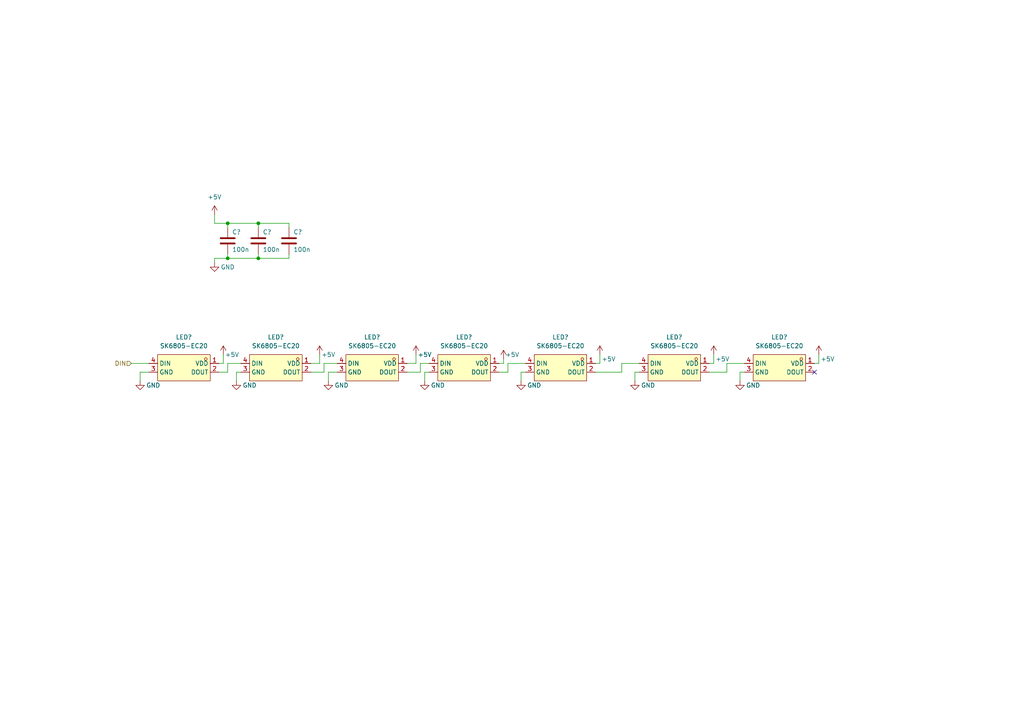
<source format=kicad_sch>
(kicad_sch (version 20230121) (generator eeschema)
  (paper "A4")
  (lib_symbols
    (symbol "Device:C" (pin_numbers hide) (pin_names (offset 0.254))
      (property "Reference" "C" (at 0.635 2.54 0))
      (property "Value" "C" (at 0.635 -2.54 0))
      (symbol "C_0_1"
        (polyline (pts (xy -2.032 -0.762) (xy 2.032 -0.762)) (stroke (width 0.508)))
        (polyline (pts (xy -2.032 0.762) (xy 2.032 0.762)) (stroke (width 0.508)))
      )
      (symbol "C_1_1"
        (pin passive line (at 0 3.81 270) (length 2.794) (name "~") (number "1"))
        (pin passive line (at 0 -3.81 90) (length 2.794) (name "~") (number "2"))
      )
    )
    (symbol "easyeda2kicad:SK6805-EC20"
      (property "Reference" "LED" (at 0 6.35 0))
      (property "Value" "SK6805-EC20" (at 0 -6.35 0))
      (symbol "SK6805-EC20_0_1"
        (rectangle (start -7.62 3.81) (end 7.62 -3.81) (fill (type background)))
        (circle (center -6.35 2.54) (radius 0.38))
        (pin unspecified line (at -10.16 1.27 0) (length 2.54) (name "VDD") (number "1"))
        (pin unspecified line (at -10.16 -1.27 0) (length 2.54) (name "DOUT") (number "2"))
        (pin unspecified line (at 10.16 -1.27 180) (length 2.54) (name "GND") (number "3"))
        (pin unspecified line (at 10.16 1.27 180) (length 2.54) (name "DIN") (number "4"))
      )
    )
    (symbol "power:+5V" (power) (pin_names (offset 0))
      (property "Value" "+5V" (at 0 3.556 0))
      (symbol "+5V_0_1"
        (polyline (pts (xy -0.762 1.27) (xy 0 2.54)))
        (polyline (pts (xy 0 0) (xy 0 2.54)))
        (polyline (pts (xy 0 2.54) (xy 0.762 1.27)))
      )
      (symbol "+5V_1_1"
        (pin power_in line (at 0 0 90) (length 0) hide (name "+5V") (number "1"))
      )
    )
    (symbol "power:GND" (power) (pin_names (offset 0))
      (property "Value" "GND" (at 0 -3.81 0))
      (symbol "GND_0_1"
        (polyline (pts (xy 0 0) (xy 0 -1.27) (xy 1.27 -1.27) (xy 0 -2.54) (xy -1.27 -1.27) (xy 0 -1.27)))
      )
      (symbol "GND_1_1"
        (pin power_in line (at 0 0 270) (length 0) hide (name "GND") (number "1"))
      )
    )
  )
  (junction (at 74.93 64.77))
  (junction (at 66.04 74.93))
  (junction (at 66.04 64.77))
  (junction (at 74.93 74.93))
  (no_connect (at 236.22 107.95))
  (wire (pts (xy 184.15 107.95) (xy 184.15 110.49)))
  (wire (pts (xy 173.99 102.87) (xy 173.99 105.41)))
  (wire (pts (xy 214.63 107.95) (xy 214.63 110.49)))
  (wire (pts (xy 236.22 105.41) (xy 237.49 105.41)))
  (wire (pts (xy 172.72 107.95) (xy 180.34 107.95)))
  (wire (pts (xy 66.04 73.66) (xy 66.04 74.93)))
  (wire (pts (xy 237.49 102.87) (xy 237.49 105.41)))
  (wire (pts (xy 205.74 107.95) (xy 210.82 107.95)))
  (wire (pts (xy 172.72 105.41) (xy 173.99 105.41)))
  (wire (pts (xy 66.04 107.95) (xy 66.04 105.41)))
  (wire (pts (xy 185.42 107.95) (xy 184.15 107.95)))
  (wire (pts (xy 152.4 107.95) (xy 151.13 107.95)))
  (wire (pts (xy 68.58 107.95) (xy 68.58 110.49)))
  (wire (pts (xy 63.5 105.41) (xy 64.77 105.41)))
  (wire (pts (xy 74.93 73.66) (xy 74.93 74.93)))
  (wire (pts (xy 147.32 107.95) (xy 147.32 105.41)))
  (wire (pts (xy 62.23 64.77) (xy 66.04 64.77)))
  (wire (pts (xy 95.25 107.95) (xy 95.25 110.49)))
  (wire (pts (xy 64.77 102.87) (xy 64.77 105.41)))
  (wire (pts (xy 62.23 74.93) (xy 66.04 74.93)))
  (wire (pts (xy 43.18 107.95) (xy 40.64 107.95)))
  (wire (pts (xy 90.17 105.41) (xy 92.71 105.41)))
  (wire (pts (xy 210.82 107.95) (xy 210.82 105.41)))
  (wire (pts (xy 92.71 105.41) (xy 92.71 102.87)))
  (wire (pts (xy 63.5 107.95) (xy 66.04 107.95)))
  (wire (pts (xy 146.05 105.41) (xy 146.05 104.14)))
  (wire (pts (xy 38.1 105.41) (xy 43.18 105.41)))
  (wire (pts (xy 66.04 74.93) (xy 74.93 74.93)))
  (wire (pts (xy 124.46 107.95) (xy 123.19 107.95)))
  (wire (pts (xy 66.04 105.41) (xy 69.85 105.41)))
  (wire (pts (xy 144.78 107.95) (xy 147.32 107.95)))
  (wire (pts (xy 83.82 74.93) (xy 83.82 73.66)))
  (wire (pts (xy 40.64 107.95) (xy 40.64 110.49)))
  (wire (pts (xy 121.92 107.95) (xy 118.11 107.95)))
  (wire (pts (xy 93.98 107.95) (xy 93.98 105.41)))
  (wire (pts (xy 121.92 105.41) (xy 121.92 107.95)))
  (wire (pts (xy 66.04 64.77) (xy 66.04 66.04)))
  (wire (pts (xy 147.32 105.41) (xy 152.4 105.41)))
  (wire (pts (xy 205.74 105.41) (xy 207.01 105.41)))
  (wire (pts (xy 207.01 102.87) (xy 207.01 105.41)))
  (wire (pts (xy 93.98 105.41) (xy 97.79 105.41)))
  (wire (pts (xy 144.78 105.41) (xy 146.05 105.41)))
  (wire (pts (xy 97.79 107.95) (xy 95.25 107.95)))
  (wire (pts (xy 215.9 107.95) (xy 214.63 107.95)))
  (wire (pts (xy 210.82 105.41) (xy 215.9 105.41)))
  (wire (pts (xy 120.65 105.41) (xy 120.65 102.87)))
  (wire (pts (xy 118.11 105.41) (xy 120.65 105.41)))
  (wire (pts (xy 123.19 107.95) (xy 123.19 110.49)))
  (wire (pts (xy 66.04 64.77) (xy 74.93 64.77)))
  (wire (pts (xy 90.17 107.95) (xy 93.98 107.95)))
  (wire (pts (xy 124.46 105.41) (xy 121.92 105.41)))
  (wire (pts (xy 151.13 107.95) (xy 151.13 110.49)))
  (wire (pts (xy 62.23 76.2) (xy 62.23 74.93)))
  (wire (pts (xy 74.93 64.77) (xy 74.93 66.04)))
  (wire (pts (xy 69.85 107.95) (xy 68.58 107.95)))
  (wire (pts (xy 62.23 62.23) (xy 62.23 64.77)))
  (wire (pts (xy 83.82 64.77) (xy 83.82 66.04)))
  (wire (pts (xy 74.93 64.77) (xy 83.82 64.77)))
  (wire (pts (xy 180.34 107.95) (xy 180.34 105.41)))
  (wire (pts (xy 180.34 105.41) (xy 185.42 105.41)))
  (wire (pts (xy 74.93 74.93) (xy 83.82 74.93)))
  (hierarchical_label "DIN" (shape input) (at 38.1 105.41 180))
  (symbol (lib_id "power:GND") (at 151.13 110.49 0) (unit 1)
    (property "Reference" "#PWR?" (effects hide))
    (property "Value" "GND" (at 154.94 111.76 0))
    (instances (project "duk" (path "" (reference "#PWR?") (unit 1))) (project "V3" (path "" (reference "#PWR?") (unit 1)) (path "" (reference "#PWR?") (unit 1)) (path "" (reference "#PWR?") (unit 1)) (path "" (reference "#PWR0225") (unit 1))))
  )
  (symbol (lib_id "power:GND") (at 95.25 110.49 0) (unit 1)
    (property "Reference" "#PWR?" (effects hide))
    (property "Value" "GND" (at 99.06 111.76 0))
    (instances (project "duk" (path "" (reference "#PWR?") (unit 1))) (project "V3" (path "" (reference "#PWR?") (unit 1)) (path "" (reference "#PWR?") (unit 1)) (path "" (reference "#PWR?") (unit 1)) (path "" (reference "#PWR0223") (unit 1))))
  )
  (symbol (lib_id "power:GND") (at 123.19 110.49 0) (unit 1)
    (property "Reference" "#PWR?" (effects hide))
    (property "Value" "GND" (at 127 111.76 0))
    (instances (project "duk" (path "" (reference "#PWR?") (unit 1))) (project "V3" (path "" (reference "#PWR?") (unit 1)) (path "" (reference "#PWR?") (unit 1)) (path "" (reference "#PWR?") (unit 1)) (path "" (reference "#PWR0224") (unit 1))))
  )
  (symbol (lib_id "Device:C") (at 66.04 69.85 0) (unit 1)
    (property "Reference" "C?" (at 67.31 67.31 0) (effects (justify left)))
    (property "Value" "100n" (at 67.31 72.39 0) (effects (justify left)))
    (property "Footprint" "Capacitor_SMD:C_0402_1005Metric" (effects hide))
    (instances (project "duk" (path "" (reference "C?") (unit 1))) (project "V3" (path "" (reference "C?") (unit 1)) (path "" (reference "C?") (unit 1)) (path "" (reference "C?") (unit 1)) (path "" (reference "C65") (unit 1))))
  )
  (symbol (lib_id "power:GND") (at 62.23 76.2 0) (unit 1)
    (property "Reference" "#PWR?" (effects hide))
    (property "Value" "GND" (at 66.04 77.47 0))
    (instances (project "duk" (path "" (reference "#PWR?") (unit 1))) (project "V3" (path "" (reference "#PWR?") (unit 1)) (path "" (reference "#PWR?") (unit 1)) (path "" (reference "#PWR?") (unit 1)) (path "" (reference "#PWR0213") (unit 1))))
  )
  (symbol (lib_id "easyeda2kicad:SK6805-EC20") (at 195.58 106.68 0) (mirror y) (unit 1)
    (property "Reference" "LED?" (at 195.58 97.79 0))
    (property "Value" "SK6805-EC20" (at 195.58 100.33 0))
    (property "Footprint" "easyeda2kicad:LED-SMD_4P-L2.0-W2.0-BR" (effects hide))
    (property "LCSC Part" "C2890036" (effects hide))
    (instances (project "duk" (path "" (reference "LED?") (unit 1))) (project "V3" (path "" (reference "LED?") (unit 1)) (path "" (reference "LED?") (unit 1)) (path "" (reference "LED?") (unit 1)) (path "" (reference "LED76") (unit 1))))
  )
  (symbol (lib_id "power:GND") (at 40.64 110.49 0) (unit 1)
    (property "Reference" "#PWR?" (effects hide))
    (property "Value" "GND" (at 44.45 111.76 0))
    (instances (project "duk" (path "" (reference "#PWR?") (unit 1))) (project "V3" (path "" (reference "#PWR?") (unit 1)) (path "" (reference "#PWR?") (unit 1)) (path "" (reference "#PWR?") (unit 1)) (path "" (reference "#PWR0221") (unit 1))))
  )
  (symbol (lib_id "easyeda2kicad:SK6805-EC20") (at 107.95 106.68 0) (mirror y) (unit 1)
    (property "Reference" "LED?" (at 107.95 97.79 0))
    (property "Value" "SK6805-EC20" (at 107.95 100.33 0))
    (property "Footprint" "easyeda2kicad:LED-SMD_4P-L2.0-W2.0-BR" (effects hide))
    (property "LCSC Part" "C2890036" (effects hide))
    (instances (project "duk" (path "" (reference "LED?") (unit 1))) (project "V3" (path "" (reference "LED?") (unit 1)) (path "" (reference "LED?") (unit 1)) (path "" (reference "LED?") (unit 1)) (path "" (reference "LED73") (unit 1))))
  )
  (symbol (lib_id "power:GND") (at 68.58 110.49 0) (unit 1)
    (property "Reference" "#PWR?" (effects hide))
    (property "Value" "GND" (at 72.39 111.76 0))
    (instances (project "duk" (path "" (reference "#PWR?") (unit 1))) (project "V3" (path "" (reference "#PWR?") (unit 1)) (path "" (reference "#PWR?") (unit 1)) (path "" (reference "#PWR?") (unit 1)) (path "" (reference "#PWR0222") (unit 1))))
  )
  (symbol (lib_id "power:GND") (at 184.15 110.49 0) (unit 1)
    (property "Reference" "#PWR?" (effects hide))
    (property "Value" "GND" (at 187.96 111.76 0))
    (instances (project "duk" (path "" (reference "#PWR?") (unit 1))) (project "V3" (path "" (reference "#PWR?") (unit 1)) (path "" (reference "#PWR?") (unit 1)) (path "" (reference "#PWR?") (unit 1)) (path "" (reference "#PWR0226") (unit 1))))
  )
  (symbol (lib_id "Device:C") (at 83.82 69.85 0) (unit 1)
    (property "Reference" "C?" (at 85.09 67.31 0) (effects (justify left)))
    (property "Value" "100n" (at 85.09 72.39 0) (effects (justify left)))
    (property "Footprint" "Capacitor_SMD:C_0402_1005Metric" (effects hide))
    (instances (project "duk" (path "" (reference "C?") (unit 1))) (project "V3" (path "" (reference "C?") (unit 1)) (path "" (reference "C?") (unit 1)) (path "" (reference "C?") (unit 1)) (path "" (reference "C67") (unit 1))))
  )
  (symbol (lib_id "power:+5V") (at 64.77 102.87 0) (unit 1)
    (property "Reference" "#PWR?" (effects hide))
    (property "Value" "+5V" (at 67.31 102.87 0))
    (instances (project "duk" (path "" (reference "#PWR?") (unit 1))) (project "V3" (path "" (reference "#PWR?") (unit 1)) (path "" (reference "#PWR?") (unit 1)) (path "" (reference "#PWR?") (unit 1)) (path "" (reference "#PWR0214") (unit 1))))
  )
  (symbol (lib_id "power:+5V") (at 237.49 102.87 0) (unit 1)
    (property "Reference" "#PWR?" (effects hide))
    (property "Value" "+5V" (at 240.03 104.14 0))
    (instances (project "duk" (path "" (reference "#PWR?") (unit 1))) (project "V3" (path "" (reference "#PWR?") (unit 1)) (path "" (reference "#PWR?") (unit 1)) (path "" (reference "#PWR?") (unit 1)) (path "" (reference "#PWR0219") (unit 1))))
  )
  (symbol (lib_id "power:+5V") (at 207.01 102.87 0) (unit 1)
    (property "Reference" "#PWR?" (effects hide))
    (property "Value" "+5V" (at 209.55 104.14 0))
    (instances (project "duk" (path "" (reference "#PWR?") (unit 1))) (project "V3" (path "" (reference "#PWR?") (unit 1)) (path "" (reference "#PWR?") (unit 1)) (path "" (reference "#PWR?") (unit 1)) (path "" (reference "#PWR0218") (unit 1))))
  )
  (symbol (lib_id "power:+5V") (at 173.99 102.87 0) (unit 1)
    (property "Reference" "#PWR?" (effects hide))
    (property "Value" "+5V" (at 176.53 104.14 0))
    (instances (project "duk" (path "" (reference "#PWR?") (unit 1))) (project "V3" (path "" (reference "#PWR?") (unit 1)) (path "" (reference "#PWR?") (unit 1)) (path "" (reference "#PWR?") (unit 1)) (path "" (reference "#PWR0217") (unit 1))))
  )
  (symbol (lib_id "easyeda2kicad:SK6805-EC20") (at 226.06 106.68 0) (mirror y) (unit 1)
    (property "Reference" "LED?" (at 226.06 97.79 0))
    (property "Value" "SK6805-EC20" (at 226.06 100.33 0))
    (property "Footprint" "easyeda2kicad:LED-SMD_4P-L2.0-W2.0-BR" (effects hide))
    (property "LCSC Part" "C2890036" (effects hide))
    (instances (project "duk" (path "" (reference "LED?") (unit 1))) (project "V3" (path "" (reference "LED?") (unit 1)) (path "" (reference "LED?") (unit 1)) (path "" (reference "LED?") (unit 1)) (path "" (reference "LED77") (unit 1))))
  )
  (symbol (lib_id "Device:C") (at 74.93 69.85 0) (unit 1)
    (property "Reference" "C?" (at 76.2 67.31 0) (effects (justify left)))
    (property "Value" "100n" (at 76.2 72.39 0) (effects (justify left)))
    (property "Footprint" "Capacitor_SMD:C_0402_1005Metric" (effects hide))
    (instances (project "duk" (path "" (reference "C?") (unit 1))) (project "V3" (path "" (reference "C?") (unit 1)) (path "" (reference "C?") (unit 1)) (path "" (reference "C?") (unit 1)) (path "" (reference "C66") (unit 1))))
  )
  (symbol (lib_id "easyeda2kicad:SK6805-EC20") (at 80.01 106.68 0) (mirror y) (unit 1)
    (property "Reference" "LED?" (at 80.01 97.79 0))
    (property "Value" "SK6805-EC20" (at 80.01 100.33 0))
    (property "Footprint" "easyeda2kicad:LED-SMD_4P-L2.0-W2.0-BR" (effects hide))
    (property "LCSC Part" "C2890036" (effects hide))
    (instances (project "duk" (path "" (reference "LED?") (unit 1))) (project "V3" (path "" (reference "LED?") (unit 1)) (path "" (reference "LED?") (unit 1)) (path "" (reference "LED?") (unit 1)) (path "" (reference "LED72") (unit 1))))
  )
  (symbol (lib_id "power:+5V") (at 62.23 62.23 0) (unit 1)
    (property "Reference" "#PWR?" (effects hide))
    (property "Value" "+5V" (at 62.23 57.15 0))
    (instances (project "duk" (path "" (reference "#PWR?") (unit 1))) (project "V3" (path "" (reference "#PWR?") (unit 1)) (path "" (reference "#PWR?") (unit 1)) (path "" (reference "#PWR?") (unit 1)) (path "" (reference "#PWR0212") (unit 1))))
  )
  (symbol (lib_id "power:+5V") (at 92.71 102.87 0) (unit 1)
    (property "Reference" "#PWR?" (effects hide))
    (property "Value" "+5V" (at 95.25 102.87 0))
    (instances (project "duk" (path "" (reference "#PWR?") (unit 1))) (project "V3" (path "" (reference "#PWR?") (unit 1)) (path "" (reference "#PWR?") (unit 1)) (path "" (reference "#PWR?") (unit 1)) (path "" (reference "#PWR0215") (unit 1))))
  )
  (symbol (lib_id "power:+5V") (at 146.05 104.14 0) (unit 1)
    (property "Reference" "#PWR?" (effects hide))
    (property "Value" "+5V" (at 148.59 102.87 0))
    (instances (project "duk" (path "" (reference "#PWR?") (unit 1))) (project "V3" (path "" (reference "#PWR?") (unit 1)) (path "" (reference "#PWR?") (unit 1)) (path "" (reference "#PWR?") (unit 1)) (path "" (reference "#PWR0220") (unit 1))))
  )
  (symbol (lib_id "power:GND") (at 214.63 110.49 0) (unit 1)
    (property "Reference" "#PWR?" (effects hide))
    (property "Value" "GND" (at 218.44 111.76 0))
    (instances (project "duk" (path "" (reference "#PWR?") (unit 1))) (project "V3" (path "" (reference "#PWR?") (unit 1)) (path "" (reference "#PWR?") (unit 1)) (path "" (reference "#PWR?") (unit 1)) (path "" (reference "#PWR0227") (unit 1))))
  )
  (symbol (lib_id "easyeda2kicad:SK6805-EC20") (at 162.56 106.68 0) (mirror y) (unit 1)
    (property "Reference" "LED?" (at 162.56 97.79 0))
    (property "Value" "SK6805-EC20" (at 162.56 100.33 0))
    (property "Footprint" "easyeda2kicad:LED-SMD_4P-L2.0-W2.0-BR" (effects hide))
    (property "LCSC Part" "C2890036" (effects hide))
    (instances (project "duk" (path "" (reference "LED?") (unit 1))) (project "V3" (path "" (reference "LED?") (unit 1)) (path "" (reference "LED?") (unit 1)) (path "" (reference "LED?") (unit 1)) (path "" (reference "LED75") (unit 1))))
  )
  (symbol (lib_id "easyeda2kicad:SK6805-EC20") (at 53.34 106.68 0) (mirror y) (unit 1)
    (property "Reference" "LED?" (at 53.34 97.79 0))
    (property "Value" "SK6805-EC20" (at 53.34 100.33 0))
    (property "Footprint" "easyeda2kicad:LED-SMD_4P-L2.0-W2.0-BR" (effects hide))
    (property "LCSC Part" "C2890036" (effects hide))
    (instances (project "duk" (path "" (reference "LED?") (unit 1))) (project "V3" (path "" (reference "LED?") (unit 1)) (path "" (reference "LED?") (unit 1)) (path "" (reference "LED?") (unit 1)) (path "" (reference "LED71") (unit 1))))
  )
  (symbol (lib_id "power:+5V") (at 120.65 102.87 0) (unit 1)
    (property "Reference" "#PWR?" (effects hide))
    (property "Value" "+5V" (at 123.19 102.87 0))
    (instances (project "duk" (path "" (reference "#PWR?") (unit 1))) (project "V3" (path "" (reference "#PWR?") (unit 1)) (path "" (reference "#PWR?") (unit 1)) (path "" (reference "#PWR?") (unit 1)) (path "" (reference "#PWR0216") (unit 1))))
  )
  (symbol (lib_id "easyeda2kicad:SK6805-EC20") (at 134.62 106.68 0) (mirror y) (unit 1)
    (property "Reference" "LED?" (at 134.62 97.79 0))
    (property "Value" "SK6805-EC20" (at 134.62 100.33 0))
    (property "Footprint" "easyeda2kicad:LED-SMD_4P-L2.0-W2.0-BR" (effects hide))
    (property "LCSC Part" "C2890036" (effects hide))
    (instances (project "duk" (path "" (reference "LED?") (unit 1))) (project "V3" (path "" (reference "LED?") (unit 1)) (path "" (reference "LED?") (unit 1)) (path "" (reference "LED?") (unit 1)) (path "" (reference "LED74") (unit 1))))
  )
)
</source>
